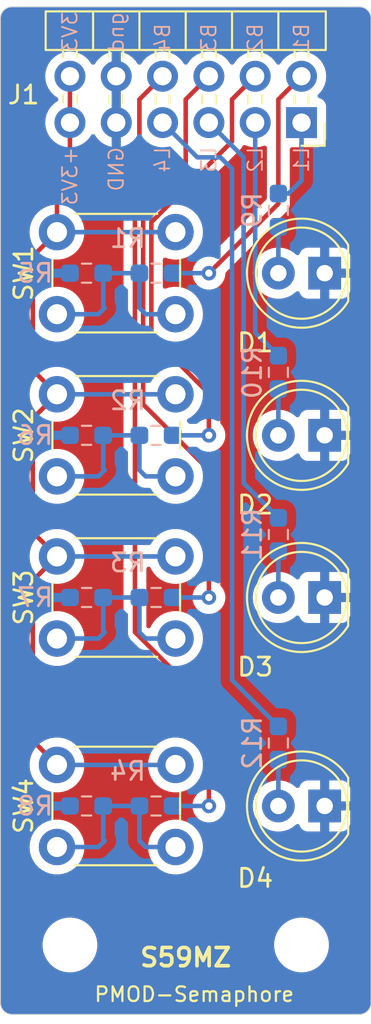
<source format=kicad_pcb>
(kicad_pcb (version 20221018) (generator pcbnew)
  (title_block (title "PMOD - Semaphore") (date "2024-08-22") (rev "1.0") (company "S59MZ"))
  (layers (0 "F.Cu" signal) (31 "B.Cu" signal) (34 "B.Paste" user) (35 "F.Paste" user) (36 "B.SilkS" user "B.Silkscreen") (37 "F.SilkS" user "F.Silkscreen") (38 "B.Mask" user) (39 "F.Mask" user) (44 "Edge.Cuts" user))
  (net 0 "")
  (net 1 "GND")
  (net 2 "Net-(D1-A)")
  (net 3 "Net-(D2-A)")
  (net 4 "Net-(D3-A)")
  (net 5 "Net-(D4-A)")
  (net 6 "/led1")
  (net 7 "/btn1")
  (net 8 "/led2")
  (net 9 "/btn2")
  (net 10 "/led3")
  (net 11 "/btn3")
  (net 12 "/led4")
  (net 13 "/btn4")
  (net 14 "+3V3")
  (net 15 "Net-(R1-Pad2)")
  (net 16 "Net-(R2-Pad2)")
  (net 17 "Net-(R3-Pad2)")
  (net 18 "Net-(R4-Pad2)")
  (footprint "Button_Switch_THT:SW_PUSH_6mm" (layer "F.Cu") (at 113.59 74.585)
    (fp_text reference "SW3" (at -1.83 2.25 90) (layer "F.SilkS"))
    (fp_text value "BTN1")
    (fp_line (start -0.25 1.5) (end -0.25 3) (stroke (width 0.12)) (layer "F.SilkS"))
    (fp_line (start 1 5.5) (end 5.5 5.5) (stroke (width 0.12)) (layer "F.SilkS"))
    (fp_line (start 5.5 -1) (end 1 -1) (stroke (width 0.12)) (layer "F.SilkS"))
    (fp_line (start 6.75 3) (end 6.75 1.5) (stroke (width 0.12)) (layer "F.SilkS"))
    (pad "1" thru_hole circle (at 0 0 90) (size 2 2) (drill 1.1) (layers "*.Cu" "*.Mask") (net 14 "+3V3"))
    (pad "1" thru_hole circle (at 6.5 0 90) (size 2 2) (drill 1.1) (layers "*.Cu" "*.Mask") (net 14 "+3V3"))
    (pad "2" thru_hole circle (at 0 4.5 90) (size 2 2) (drill 1.1) (layers "*.Cu" "*.Mask") (net 17 "Net-(R3-Pad2)"))
    (pad "2" thru_hole circle (at 6.5 4.5 90) (size 2 2) (drill 1.1) (layers "*.Cu" "*.Mask") (net 17 "Net-(R3-Pad2)"))
  )
  (footprint "LED_THT:LED_D5.0mm" (layer "F.Cu") (at 128.27 76.835 180)
    (fp_text reference "D3" (at 3.81 -3.81) (layer "F.SilkS"))
    (fp_text value "Green")
    (fp_line (start -1.29 -1.545) (end -1.29 1.545) (stroke (width 0.12)) (layer "F.SilkS"))
    (fp_arc (start -1.29 -1.54483) (mid 2.072002 -2.880433) (end 4.26 0.000462) (stroke (width 0.12)) (layer "F.SilkS"))
    (fp_arc (start 4.26 -0.000462) (mid 2.072002 2.880433) (end -1.29 1.54483) (stroke (width 0.12)) (layer "F.SilkS"))
    (fp_circle (center 1.27 0) (end 3.77 0) (stroke (width 0.12)) (fill none) (layer "F.SilkS"))
    (pad "1" thru_hole rect (at 0 0 180) (size 1.8 1.8) (drill 0.9) (layers "*.Cu" "*.Mask") (net 1 "GND"))
    (pad "2" thru_hole circle (at 2.54 0 180) (size 1.8 1.8) (drill 0.9) (layers "*.Cu" "*.Mask") (net 4 "Net-(D3-A)"))
  )
  (footprint "Button_Switch_THT:SW_PUSH_6mm" (layer "F.Cu") (at 113.59 56.805)
    (fp_text reference "SW1" (at -1.83 2.25 90) (layer "F.SilkS"))
    (fp_text value "BTN1")
    (fp_line (start -0.25 1.5) (end -0.25 3) (stroke (width 0.12)) (layer "F.SilkS"))
    (fp_line (start 1 5.5) (end 5.5 5.5) (stroke (width 0.12)) (layer "F.SilkS"))
    (fp_line (start 5.5 -1) (end 1 -1) (stroke (width 0.12)) (layer "F.SilkS"))
    (fp_line (start 6.75 3) (end 6.75 1.5) (stroke (width 0.12)) (layer "F.SilkS"))
    (pad "1" thru_hole circle (at 0 0 90) (size 2 2) (drill 1.1) (layers "*.Cu" "*.Mask") (net 14 "+3V3"))
    (pad "1" thru_hole circle (at 6.5 0 90) (size 2 2) (drill 1.1) (layers "*.Cu" "*.Mask") (net 14 "+3V3"))
    (pad "2" thru_hole circle (at 0 4.5 90) (size 2 2) (drill 1.1) (layers "*.Cu" "*.Mask") (net 15 "Net-(R1-Pad2)"))
    (pad "2" thru_hole circle (at 6.5 4.5 90) (size 2 2) (drill 1.1) (layers "*.Cu" "*.Mask") (net 15 "Net-(R1-Pad2)"))
  )
  (footprint "Button_Switch_THT:SW_PUSH_6mm" (layer "F.Cu") (at 113.59 65.695)
    (fp_text reference "SW2" (at -1.83 2.25 90) (layer "F.SilkS"))
    (fp_text value "BTN1")
    (fp_line (start -0.25 1.5) (end -0.25 3) (stroke (width 0.12)) (layer "F.SilkS"))
    (fp_line (start 1 5.5) (end 5.5 5.5) (stroke (width 0.12)) (layer "F.SilkS"))
    (fp_line (start 5.5 -1) (end 1 -1) (stroke (width 0.12)) (layer "F.SilkS"))
    (fp_line (start 6.75 3) (end 6.75 1.5) (stroke (width 0.12)) (layer "F.SilkS"))
    (pad "1" thru_hole circle (at 0 0 90) (size 2 2) (drill 1.1) (layers "*.Cu" "*.Mask") (net 14 "+3V3"))
    (pad "1" thru_hole circle (at 6.5 0 90) (size 2 2) (drill 1.1) (layers "*.Cu" "*.Mask") (net 14 "+3V3"))
    (pad "2" thru_hole circle (at 0 4.5 90) (size 2 2) (drill 1.1) (layers "*.Cu" "*.Mask") (net 16 "Net-(R2-Pad2)"))
    (pad "2" thru_hole circle (at 6.5 4.5 90) (size 2 2) (drill 1.1) (layers "*.Cu" "*.Mask") (net 16 "Net-(R2-Pad2)"))
  )
  (footprint "Library:PinHeader_2x06_P2.54mm_Horizontal" (layer "F.Cu") (at 127 50.8 90)
    (fp_text reference "J1" (at 1.524 -15.24) (layer "F.SilkS"))
    (fp_text value "pmod")
    (fp_line (start -1.27 1.27) (end -1.27 0) (stroke (width 0.12)) (layer "F.SilkS"))
    (fp_line (start -1.27 1.27) (end 0 1.27) (stroke (width 0.12)) (layer "F.SilkS"))
    (fp_line (start 1.042929 -10.54) (end 1.497071 -10.54) (stroke (width 0.12)) (layer "F.SilkS"))
    (fp_line (start 1.042929 -9.78) (end 1.497071 -9.78) (stroke (width 0.12)) (layer "F.SilkS"))
    (fp_line (start 1.042929 -8) (end 1.497071 -8) (stroke (width 0.12)) (layer "F.SilkS"))
    (fp_line (start 1.042929 -7.24) (end 1.497071 -7.24) (stroke (width 0.12)) (layer "F.SilkS"))
    (fp_line (start 1.042929 -5.46) (end 1.497071 -5.46) (stroke (width 0.12)) (layer "F.SilkS"))
    (fp_line (start 1.042929 -4.7) (end 1.497071 -4.7) (stroke (width 0.12)) (layer "F.SilkS"))
    (fp_line (start 1.042929 -2.92) (end 1.497071 -2.92) (stroke (width 0.12)) (layer "F.SilkS"))
    (fp_line (start 1.042929 -2.16) (end 1.497071 -2.16) (stroke (width 0.12)) (layer "F.SilkS"))
    (fp_line (start 1.042929 -0.38) (end 1.497071 -0.38) (stroke (width 0.12)) (layer "F.SilkS"))
    (fp_line (start 1.042929 0.38) (end 1.497071 0.38) (stroke (width 0.12)) (layer "F.SilkS"))
    (fp_line (start 1.11 -13.08) (end 1.497071 -13.08) (stroke (width 0.12)) (layer "F.SilkS"))
    (fp_line (start 1.11 -12.32) (end 1.497071 -12.32) (stroke (width 0.12)) (layer "F.SilkS"))
    (fp_line (start 3.582929 -13.08) (end 3.98 -13.08) (stroke (width 0.12)) (layer "F.SilkS"))
    (fp_line (start 3.582929 -12.32) (end 3.98 -12.32) (stroke (width 0.12)) (layer "F.SilkS"))
    (fp_line (start 3.582929 -10.54) (end 3.98 -10.54) (stroke (width 0.12)) (layer "F.SilkS"))
    (fp_line (start 3.582929 -9.78) (end 3.98 -9.78) (stroke (width 0.12)) (layer "F.SilkS"))
    (fp_line (start 3.582929 -8) (end 3.98 -8) (stroke (width 0.12)) (layer "F.SilkS"))
    (fp_line (start 3.582929 -7.24) (end 3.98 -7.24) (stroke (width 0.12)) (layer "F.SilkS"))
    (fp_line (start 3.582929 -5.46) (end 3.98 -5.46) (stroke (width 0.12)) (layer "F.SilkS"))
    (fp_line (start 3.582929 -4.7) (end 3.98 -4.7) (stroke (width 0.12)) (layer "F.SilkS"))
    (fp_line (start 3.582929 -2.92) (end 3.98 -2.92) (stroke (width 0.12)) (layer "F.SilkS"))
    (fp_line (start 3.582929 -2.16) (end 3.98 -2.16) (stroke (width 0.12)) (layer "F.SilkS"))
    (fp_line (start 3.582929 -0.38) (end 3.98 -0.38) (stroke (width 0.12)) (layer "F.SilkS"))
    (fp_line (start 3.582929 0.38) (end 3.98 0.38) (stroke (width 0.12)) (layer "F.SilkS"))
    (fp_line (start 3.98 -14.03) (end 3.98 1.33) (stroke (width 0.12)) (layer "F.SilkS"))
    (fp_line (start 3.98 -11.43) (end 6.096 -11.43) (stroke (width 0.12)) (layer "F.SilkS"))
    (fp_line (start 3.98 -8.89) (end 6.096 -8.89) (stroke (width 0.12)) (layer "F.SilkS"))
    (fp_line (start 3.98 -6.35) (end 6.096 -6.35) (stroke (width 0.12)) (layer "F.SilkS"))
    (fp_line (start 3.98 -3.81) (end 6.096 -3.81) (stroke (width 0.12)) (layer "F.SilkS"))
    (fp_line (start 3.98 -1.27) (end 6.096 -1.27) (stroke (width 0.12)) (layer "F.SilkS"))
    (fp_line (start 3.98 1.33) (end 6.096 1.33) (stroke (width 0.12)) (layer "F.SilkS"))
    (fp_line (start 6.096 -14.03) (end 3.98 -14.03) (stroke (width 0.12)) (layer "F.SilkS"))
    (fp_line (start 6.096 1.33) (end 6.096 -14.03) (stroke (width 0.12)) (layer "F.SilkS"))
    (pad "1" thru_hole rect (at 0 0 90) (size 1.7 1.7) (drill 1) (layers "*.Cu" "*.Mask") (net 6 "/led1"))
    (pad "2" thru_hole oval (at 2.54 0 90) (size 1.7 1.7) (drill 1) (layers "*.Cu" "*.Mask") (net 7 "/btn1"))
    (pad "3" thru_hole oval (at 0 -2.54 90) (size 1.7 1.7) (drill 1) (layers "*.Cu" "*.Mask") (net 8 "/led2"))
    (pad "4" thru_hole oval (at 2.54 -2.54 90) (size 1.7 1.7) (drill 1) (layers "*.Cu" "*.Mask") (net 9 "/btn2"))
    (pad "5" thru_hole oval (at 0 -5.08 90) (size 1.7 1.7) (drill 1) (layers "*.Cu" "*.Mask") (net 10 "/led3"))
    (pad "6" thru_hole oval (at 2.54 -5.08 90) (size 1.7 1.7) (drill 1) (layers "*.Cu" "*.Mask") (net 11 "/btn3"))
    (pad "7" thru_hole oval (at 0 -7.62 90) (size 1.7 1.7) (drill 1) (layers "*.Cu" "*.Mask") (net 12 "/led4"))
    (pad "8" thru_hole oval (at 2.54 -7.62 90) (size 1.7 1.7) (drill 1) (layers "*.Cu" "*.Mask") (net 13 "/btn4"))
    (pad "9" thru_hole oval (at 0 -10.16 90) (size 1.7 1.7) (drill 1) (layers "*.Cu" "*.Mask") (net 1 "GND"))
    (pad "10" thru_hole oval (at 2.54 -10.16 90) (size 1.7 1.7) (drill 1) (layers "*.Cu" "*.Mask") (net 1 "GND"))
    (pad "11" thru_hole oval (at 0 -12.7 90) (size 1.7 1.7) (drill 1) (layers "*.Cu" "*.Mask") (net 14 "+3V3"))
    (pad "12" thru_hole oval (at 2.54 -12.7 90) (size 1.7 1.7) (drill 1) (layers "*.Cu" "*.Mask") (net 14 "+3V3"))
  )
  (footprint "MountingHole:MountingHole_2.5mm" (layer "F.Cu") (at 127 95.885)
    (fp_text reference "H2" hide)
    (fp_text value "2.5")
    (pad "" np_thru_hole circle (at 0 0) (size 2.5 2.5) (drill 2.5) (layers "*.Cu" "*.Mask"))
  )
  (footprint "Button_Switch_THT:SW_PUSH_6mm" (layer "F.Cu") (at 113.59 86.015)
    (fp_text reference "SW4" (at -1.83 2.25 90) (layer "F.SilkS"))
    (fp_text value "BTN1")
    (fp_line (start -0.25 1.5) (end -0.25 3) (stroke (width 0.12)) (layer "F.SilkS"))
    (fp_line (start 1 5.5) (end 5.5 5.5) (stroke (width 0.12)) (layer "F.SilkS"))
    (fp_line (start 5.5 -1) (end 1 -1) (stroke (width 0.12)) (layer "F.SilkS"))
    (fp_line (start 6.75 3) (end 6.75 1.5) (stroke (width 0.12)) (layer "F.SilkS"))
    (pad "1" thru_hole circle (at 0 0 90) (size 2 2) (drill 1.1) (layers "*.Cu" "*.Mask") (net 14 "+3V3"))
    (pad "1" thru_hole circle (at 6.5 0 90) (size 2 2) (drill 1.1) (layers "*.Cu" "*.Mask") (net 14 "+3V3"))
    (pad "2" thru_hole circle (at 0 4.5 90) (size 2 2) (drill 1.1) (layers "*.Cu" "*.Mask") (net 18 "Net-(R4-Pad2)"))
    (pad "2" thru_hole circle (at 6.5 4.5 90) (size 2 2) (drill 1.1) (layers "*.Cu" "*.Mask") (net 18 "Net-(R4-Pad2)"))
  )
  (footprint "LED_THT:LED_D5.0mm" (layer "F.Cu") (at 128.27 67.945 180)
    (fp_text reference "D2" (at 3.81 -3.81) (layer "F.SilkS"))
    (fp_text value "Yellow")
    (fp_line (start -1.29 -1.545) (end -1.29 1.545) (stroke (width 0.12)) (layer "F.SilkS"))
    (fp_arc (start -1.29 -1.54483) (mid 2.072002 -2.880433) (end 4.26 0.000462) (stroke (width 0.12)) (layer "F.SilkS"))
    (fp_arc (start 4.26 -0.000462) (mid 2.072002 2.880433) (end -1.29 1.54483) (stroke (width 0.12)) (layer "F.SilkS"))
    (fp_circle (center 1.27 0) (end 3.77 0) (stroke (width 0.12)) (fill none) (layer "F.SilkS"))
    (pad "1" thru_hole rect (at 0 0 180) (size 1.8 1.8) (drill 0.9) (layers "*.Cu" "*.Mask") (net 1 "GND"))
    (pad "2" thru_hole circle (at 2.54 0 180) (size 1.8 1.8) (drill 0.9) (layers "*.Cu" "*.Mask") (net 3 "Net-(D2-A)"))
  )
  (footprint "LED_THT:LED_D5.0mm_Clear" (layer "F.Cu") (at 128.27 88.265 180)
    (fp_text reference "D4" (at 3.81 -3.96) (layer "F.SilkS"))
    (fp_text value "Blue")
    (fp_line (start -1.29 -1.545) (end -1.29 1.545) (stroke (width 0.12)) (layer "F.SilkS"))
    (fp_arc (start -1.29 -1.54483) (mid 2.072002 -2.880433) (end 4.26 0.000462) (stroke (width 0.12)) (layer "F.SilkS"))
    (fp_arc (start 4.26 -0.000462) (mid 2.072002 2.880433) (end -1.29 1.54483) (stroke (width 0.12)) (layer "F.SilkS"))
    (fp_circle (center 1.27 0) (end 3.77 0) (stroke (width 0.12)) (fill none) (layer "F.SilkS"))
    (pad "1" thru_hole rect (at 0 0 180) (size 1.8 1.8) (drill 0.9) (layers "*.Cu" "*.Mask") (net 1 "GND"))
    (pad "2" thru_hole circle (at 2.54 0 180) (size 1.8 1.8) (drill 0.9) (layers "*.Cu" "*.Mask") (net 5 "Net-(D4-A)"))
  )
  (footprint "LED_THT:LED_D5.0mm" (layer "F.Cu") (at 128.27 59.055 180)
    (fp_text reference "D1" (at 3.81 -3.81) (layer "F.SilkS"))
    (fp_text value "Red")
    (fp_line (start -1.29 -1.545) (end -1.29 1.545) (stroke (width 0.12)) (layer "F.SilkS"))
    (fp_arc (start -1.29 -1.54483) (mid 2.072002 -2.880433) (end 4.26 0.000462) (stroke (width 0.12)) (layer "F.SilkS"))
    (fp_arc (start 4.26 -0.000462) (mid 2.072002 2.880433) (end -1.29 1.54483) (stroke (width 0.12)) (layer "F.SilkS"))
    (fp_circle (center 1.27 0) (end 3.77 0) (stroke (width 0.12)) (fill none) (layer "F.SilkS"))
    (pad "1" thru_hole rect (at 0 0 180) (size 1.8 1.8) (drill 0.9) (layers "*.Cu" "*.Mask") (net 1 "GND"))
    (pad "2" thru_hole circle (at 2.54 0 180) (size 1.8 1.8) (drill 0.9) (layers "*.Cu" "*.Mask") (net 2 "Net-(D1-A)"))
  )
  (footprint "MountingHole:MountingHole_2.5mm" (layer "F.Cu") (at 114.3 95.885)
    (fp_text reference "H1" hide)
    (fp_text value "2.5")
    (pad "" np_thru_hole circle (at 0 0) (size 2.5 2.5) (drill 2.5) (layers "*.Cu" "*.Mask"))
  )
  (footprint "Resistor_SMD:R_0603_1608Metric_Pad0.98x0.95mm_HandSolder" (layer "B.Cu") (at 115.2125 59.055 180)
    (fp_text reference "R5" (at 2.8175 0) (layer "B.SilkS") (effects (justify mirror)))
    (fp_text value "4k7")
    (fp_line (start -0.254724 -0.5225) (end 0.254724 -0.5225) (stroke (width 0.12)) (layer "B.SilkS"))
    (fp_line (start -0.254724 0.5225) (end 0.254724 0.5225) (stroke (width 0.12)) (layer "B.SilkS"))
    (pad "1" smd roundrect (at -0.9125 0 180) (size 0.975 0.95) (layers "B.Cu" "B.Paste" "B.Mask") (net 15 "Net-(R1-Pad2)"))
    (pad "2" smd roundrect (at 0.9125 0 180) (size 0.975 0.95) (layers "B.Cu" "B.Paste" "B.Mask") (net 1 "GND"))
  )
  (footprint "Resistor_SMD:R_0603_1608Metric_Pad0.98x0.95mm_HandSolder" (layer "B.Cu") (at 115.2125 76.835 180)
    (fp_text reference "R7" (at 2.8175 0) (layer "B.SilkS") (effects (justify mirror)))
    (fp_text value "4k7")
    (fp_line (start -0.254724 -0.5225) (end 0.254724 -0.5225) (stroke (width 0.12)) (layer "B.SilkS"))
    (fp_line (start -0.254724 0.5225) (end 0.254724 0.5225) (stroke (width 0.12)) (layer "B.SilkS"))
    (pad "1" smd roundrect (at -0.9125 0 180) (size 0.975 0.95) (layers "B.Cu" "B.Paste" "B.Mask") (net 17 "Net-(R3-Pad2)"))
    (pad "2" smd roundrect (at 0.9125 0 180) (size 0.975 0.95) (layers "B.Cu" "B.Paste" "B.Mask") (net 1 "GND"))
  )
  (footprint "Resistor_SMD:R_0603_1608Metric_Pad0.98x0.95mm_HandSolder" (layer "B.Cu") (at 119.0225 88.265 180)
    (fp_text reference "R4" (at 1.5475 1.905) (layer "B.SilkS") (effects (justify mirror)))
    (fp_text value "4k7")
    (fp_line (start -0.254724 -0.5225) (end 0.254724 -0.5225) (stroke (width 0.12)) (layer "B.SilkS"))
    (fp_line (start -0.254724 0.5225) (end 0.254724 0.5225) (stroke (width 0.12)) (layer "B.SilkS"))
    (pad "1" smd roundrect (at -0.9125 0 180) (size 0.975 0.95) (layers "B.Cu" "B.Paste" "B.Mask") (net 13 "/btn4"))
    (pad "2" smd roundrect (at 0.9125 0 180) (size 0.975 0.95) (layers "B.Cu" "B.Paste" "B.Mask") (net 18 "Net-(R4-Pad2)"))
  )
  (footprint "Resistor_SMD:R_0603_1608Metric_Pad0.98x0.95mm_HandSolder" (layer "B.Cu") (at 125.73 84.8125 -90)
    (fp_text reference "R12" (at 0 1.43 90) (layer "B.SilkS") (effects (justify mirror)))
    (fp_text value "470")
    (fp_line (start -0.254724 -0.5225) (end 0.254724 -0.5225) (stroke (width 0.12)) (layer "B.SilkS"))
    (fp_line (start -0.254724 0.5225) (end 0.254724 0.5225) (stroke (width 0.12)) (layer "B.SilkS"))
    (pad "1" smd roundrect (at -0.9125 0 270) (size 0.975 0.95) (layers "B.Cu" "B.Paste" "B.Mask") (net 12 "/led4"))
    (pad "2" smd roundrect (at 0.9125 0 270) (size 0.975 0.95) (layers "B.Cu" "B.Paste" "B.Mask") (net 5 "Net-(D4-A)"))
  )
  (footprint "Resistor_SMD:R_0603_1608Metric_Pad0.98x0.95mm_HandSolder" (layer "B.Cu") (at 125.73 64.4925 -90)
    (fp_text reference "R10" (at 0 1.43 90) (layer "B.SilkS") (effects (justify mirror)))
    (fp_text value "470")
    (fp_line (start -0.254724 -0.5225) (end 0.254724 -0.5225) (stroke (width 0.12)) (layer "B.SilkS"))
    (fp_line (start -0.254724 0.5225) (end 0.254724 0.5225) (stroke (width 0.12)) (layer "B.SilkS"))
    (pad "1" smd roundrect (at -0.9125 0 270) (size 0.975 0.95) (layers "B.Cu" "B.Paste" "B.Mask") (net 8 "/led2"))
    (pad "2" smd roundrect (at 0.9125 0 270) (size 0.975 0.95) (layers "B.Cu" "B.Paste" "B.Mask") (net 3 "Net-(D2-A)"))
  )
  (footprint "Resistor_SMD:R_0603_1608Metric_Pad0.98x0.95mm_HandSolder" (layer "B.Cu") (at 115.2125 67.945 180)
    (fp_text reference "R6" (at 2.8175 0) (layer "B.SilkS") (effects (justify mirror)))
    (fp_text value "4k7")
    (fp_line (start -0.254724 -0.5225) (end 0.254724 -0.5225) (stroke (width 0.12)) (layer "B.SilkS"))
    (fp_line (start -0.254724 0.5225) (end 0.254724 0.5225) (stroke (width 0.12)) (layer "B.SilkS"))
    (pad "1" smd roundrect (at -0.9125 0 180) (size 0.975 0.95) (layers "B.Cu" "B.Paste" "B.Mask") (net 16 "Net-(R2-Pad2)"))
    (pad "2" smd roundrect (at 0.9125 0 180) (size 0.975 0.95) (layers "B.Cu" "B.Paste" "B.Mask") (net 1 "GND"))
  )
  (footprint "Resistor_SMD:R_0603_1608Metric_Pad0.98x0.95mm_HandSolder" (layer "B.Cu") (at 119.0225 76.835 180)
    (fp_text reference "R3" (at 1.5475 1.905) (layer "B.SilkS") (effects (justify mirror)))
    (fp_text value "4k7")
    (fp_line (start -0.254724 -0.5225) (end 0.254724 -0.5225) (stroke (width 0.12)) (layer "B.SilkS"))
    (fp_line (start -0.254724 0.5225) (end 0.254724 0.5225) (stroke (width 0.12)) (layer "B.SilkS"))
    (pad "1" smd roundrect (at -0.9125 0 180) (size 0.975 0.95) (layers "B.Cu" "B.Paste" "B.Mask") (net 11 "/btn3"))
    (pad "2" smd roundrect (at 0.9125 0 180) (size 0.975 0.95) (layers "B.Cu" "B.Paste" "B.Mask") (net 17 "Net-(R3-Pad2)"))
  )
  (footprint "Resistor_SMD:R_0603_1608Metric_Pad0.98x0.95mm_HandSolder" (layer "B.Cu") (at 115.2125 88.265 180)
    (fp_text reference "R8" (at 2.8175 0) (layer "B.SilkS") (effects (justify mirror)))
    (fp_text value "4k7")
    (fp_line (start -0.254724 -0.5225) (end 0.254724 -0.5225) (stroke (width 0.12)) (layer "B.SilkS"))
    (fp_line (start -0.254724 0.5225) (end 0.254724 0.5225) (stroke (width 0.12)) (layer "B.SilkS"))
    (pad "1" smd roundrect (at -0.9125 0 180) (size 0.975 0.95) (layers "B.Cu" "B.Paste" "B.Mask") (net 18 "Net-(R4-Pad2)"))
    (pad "2" smd roundrect (at 0.9125 0 180) (size 0.975 0.95) (layers "B.Cu" "B.Paste" "B.Mask") (net 1 "GND"))
  )
  (footprint "Resistor_SMD:R_0603_1608Metric_Pad0.98x0.95mm_HandSolder" (layer "B.Cu") (at 125.73 55.6025 -90)
    (fp_text reference "R9" (at 0 1.43 90) (layer "B.SilkS") (effects (justify mirror)))
    (fp_text value "470")
    (fp_line (start -0.254724 -0.5225) (end 0.254724 -0.5225) (stroke (width 0.12)) (layer "B.SilkS"))
    (fp_line (start -0.254724 0.5225) (end 0.254724 0.5225) (stroke (width 0.12)) (layer "B.SilkS"))
    (pad "1" smd roundrect (at -0.9125 0 270) (size 0.975 0.95) (layers "B.Cu" "B.Paste" "B.Mask") (net 6 "/led1"))
    (pad "2" smd roundrect (at 0.9125 0 270) (size 0.975 0.95) (layers "B.Cu" "B.Paste" "B.Mask") (net 2 "Net-(D1-A)"))
  )
  (footprint "Resistor_SMD:R_0603_1608Metric_Pad0.98x0.95mm_HandSolder" (layer "B.Cu") (at 125.73 73.3825 -90)
    (fp_text reference "R11" (at 0 1.43 90) (layer "B.SilkS") (effects (justify mirror)))
    (fp_text value "470")
    (fp_line (start -0.254724 -0.5225) (end 0.254724 -0.5225) (stroke (width 0.12)) (layer "B.SilkS"))
    (fp_line (start -0.254724 0.5225) (end 0.254724 0.5225) (stroke (width 0.12)) (layer "B.SilkS"))
    (pad "1" smd roundrect (at -0.9125 0 270) (size 0.975 0.95) (layers "B.Cu" "B.Paste" "B.Mask") (net 10 "/led3"))
    (pad "2" smd roundrect (at 0.9125 0 270) (size 0.975 0.95) (layers "B.Cu" "B.Paste" "B.Mask") (net 4 "Net-(D3-A)"))
  )
  (footprint "Resistor_SMD:R_0603_1608Metric_Pad0.98x0.95mm_HandSolder" (layer "B.Cu") (at 119.0225 59.055 180)
    (fp_text reference "R1" (at 1.5475 1.905) (layer "B.SilkS") (effects (justify mirror)))
    (fp_text value "4k7")
    (fp_line (start -0.254724 -0.5225) (end 0.254724 -0.5225) (stroke (width 0.12)) (layer "B.SilkS"))
    (fp_line (start -0.254724 0.5225) (end 0.254724 0.5225) (stroke (width 0.12)) (layer "B.SilkS"))
    (pad "1" smd roundrect (at -0.9125 0 180) (size 0.975 0.95) (layers "B.Cu" "B.Paste" "B.Mask") (net 7 "/btn1"))
    (pad "2" smd roundrect (at 0.9125 0 180) (size 0.975 0.95) (layers "B.Cu" "B.Paste" "B.Mask") (net 15 "Net-(R1-Pad2)"))
  )
  (footprint "Resistor_SMD:R_0603_1608Metric_Pad0.98x0.95mm_HandSolder" (layer "B.Cu") (at 119.0225 67.945 180)
    (fp_text reference "R2" (at 1.5475 1.905) (layer "B.SilkS") (effects (justify mirror)))
    (fp_text value "4k7")
    (fp_line (start -0.254724 -0.5225) (end 0.254724 -0.5225) (stroke (width 0.12)) (layer "B.SilkS"))
    (fp_line (start -0.254724 0.5225) (end 0.254724 0.5225) (stroke (width 0.12)) (layer "B.SilkS"))
    (pad "1" smd roundrect (at -0.9125 0 180) (size 0.975 0.95) (layers "B.Cu" "B.Paste" "B.Mask") (net 9 "/btn2"))
    (pad "2" smd roundrect (at 0.9125 0 180) (size 0.975 0.95) (layers "B.Cu" "B.Paste" "B.Mask") (net 16 "Net-(R2-Pad2)"))
  )
  (gr_line (start 110.49 45.085) (end 110.49 99.06) (stroke (width 0.05)) (layer "Edge.Cuts"))
  (gr_line (start 130.175 44.45) (end 111.125 44.45) (stroke (width 0.05)) (layer "Edge.Cuts"))
  (gr_line (start 111.125 99.695) (end 130.175 99.695) (stroke (width 0.05)) (layer "Edge.Cuts"))
  (gr_arc (start 110.49 45.085) (mid 110.675987 44.635987) (end 111.125 44.45) (stroke (width 0.05)) (layer "Edge.Cuts"))
  (gr_line (start 130.81 99.06) (end 130.81 45.085) (stroke (width 0.05)) (layer "Edge.Cuts"))
  (gr_arc (start 130.81 99.06) (mid 130.624013 99.509013) (end 130.175 99.695) (stroke (width 0.05)) (layer "Edge.Cuts"))
  (gr_arc (start 130.175 44.45) (mid 130.624013 44.635987) (end 130.81 45.085) (stroke (width 0.05)) (layer "Edge.Cuts"))
  (gr_arc (start 111.125 99.695) (mid 110.675987 99.509013) (end 110.49 99.06) (stroke (width 0.05)) (layer "Edge.Cuts"))
  (gr_text "+3V3" (at 114.3 52.07 90) (layer "B.SilkS") (effects (font (size 0.8 0.8) (thickness 0.1)) (justify left mirror)))
  (gr_text "B1" (at 127 46.99 90) (layer "B.SilkS") (effects (font (size 0.8 0.8) (thickness 0.1)) (justify right mirror)))
  (gr_text "GND" (at 116.84 52.07 90) (layer "B.SilkS") (effects (font (size 0.8 0.8) (thickness 0.1)) (justify left mirror)))
  (gr_text "L2" (at 124.46 52.07 90) (layer "B.SilkS") (effects (font (size 0.8 0.8) (thickness 0.1)) (justify left mirror)))
  (gr_text "B3" (at 121.92 46.99 90) (layer "B.SilkS") (effects (font (size 0.8 0.8) (thickness 0.1)) (justify right mirror)))
  (gr_text "L3" (at 121.92 52.07 90) (layer "B.SilkS") (effects (font (size 0.8 0.8) (thickness 0.1)) (justify left mirror)))
  (gr_text "B4" (at 119.38 46.99 90) (layer "B.SilkS") (effects (font (size 0.8 0.8) (thickness 0.1)) (justify right mirror)))
  (gr_text "L4" (at 119.38 52.07 90) (layer "B.SilkS") (effects (font (size 0.8 0.8) (thickness 0.1)) (justify left mirror)))
  (gr_text "B2" (at 124.46 46.99 90) (layer "B.SilkS") (effects (font (size 0.8 0.8) (thickness 0.1)) (justify right mirror)))
  (gr_text "gnd" (at 116.84 46.99 90) (layer "B.SilkS") (effects (font (size 0.8 0.8) (thickness 0.1)) (justify right mirror)))
  (gr_text "3V3" (at 114.3 46.99 90) (layer "B.SilkS") (effects (font (size 0.8 0.8) (thickness 0.1)) (justify right mirror)))
  (gr_text "L1" (at 127 52.07 90) (layer "B.SilkS") (effects (font (size 0.8 0.8) (thickness 0.1)) (justify left mirror)))
  (gr_text "PMOD-Semaphore" (at 115.57 99.06) (layer "F.SilkS") (effects (font (size 0.8 0.8) (thickness 0.125)) (justify left bottom)))
  (gr_text "S59MZ" (at 120.65 97.155) (layer "F.SilkS") (effects (font (size 1 1) (thickness 0.2) bold) (justify bottom)))
  (segment (start 125.73 59.055) (end 125.73 56.515) (width 0.25) (layer "B.Cu") (net 2))
  (segment (start 125.73 65.405) (end 125.73 67.945) (width 0.25) (layer "B.Cu") (net 3))
  (segment (start 125.73 74.295) (end 125.73 76.835) (width 0.25) (layer "B.Cu") (net 4))
  (segment (start 125.73 85.725) (end 125.73 88.265) (width 0.25) (layer "B.Cu") (net 5))
  (segment (start 126.285 54.69) (end 127 53.975) (width 0.25) (layer "B.Cu") (net 6))
  (segment (start 125.73 54.69) (end 126.285 54.69) (width 0.25) (layer "B.Cu") (net 6))
  (segment (start 127 53.975) (end 127 50.8) (width 0.25) (layer "B.Cu") (net 6))
  (segment (start 125.73 55.245) (end 125.73 49.53) (width 0.25) (layer "F.Cu") (net 7))
  (segment (start 125.73 49.53) (end 127 48.26) (width 0.25) (layer "F.Cu") (net 7))
  (segment (start 121.92 59.055) (end 125.73 55.245) (width 0.25) (layer "F.Cu") (net 7))
  (via (at 121.92 59.055) (size 0.8) (drill 0.4) (layers "F.Cu" "B.Cu") (net 7))
  (segment (start 119.935 59.055) (end 121.285 59.055) (width 0.25) (layer "B.Cu") (net 7))
  (segment (start 121.285 59.055) (end 121.92 59.055) (width 0.25) (layer "B.Cu") (net 7))
  (segment (start 124.46 62.31) (end 124.46 50.8) (width 0.25) (layer "B.Cu") (net 8))
  (segment (start 125.73 63.58) (end 124.46 62.31) (width 0.25) (layer "B.Cu") (net 8))
  (segment (start 123.19 51.831167) (end 123.19 49.53) (width 0.25) (layer "F.Cu") (net 9))
  (segment (start 123.19 49.53) (end 124.46 48.26) (width 0.25) (layer "F.Cu") (net 9))
  (segment (start 118.765 56.256167) (end 123.19 51.831167) (width 0.25) (layer "F.Cu") (net 9))
  (segment (start 121.92 67.945) (end 121.92 65.651167) (width 0.25) (layer "F.Cu") (net 9))
  (segment (start 121.92 65.651167) (end 118.765 62.496167) (width 0.25) (layer "F.Cu") (net 9))
  (segment (start 118.765 62.496167) (end 118.765 56.256167) (width 0.25) (layer "F.Cu") (net 9))
  (via (at 121.92 67.945) (size 0.8) (drill 0.4) (layers "F.Cu" "B.Cu") (net 9))
  (segment (start 119.935 67.945) (end 121.92 67.945) (width 0.25) (layer "B.Cu") (net 9))
  (segment (start 125.73 72.47) (end 123.825 70.565) (width 0.25) (layer "B.Cu") (net 10))
  (segment (start 123.825 70.565) (end 123.825 52.705) (width 0.25) (layer "B.Cu") (net 10))
  (segment (start 123.825 52.705) (end 121.92 50.8) (width 0.25) (layer "B.Cu") (net 10))
  (segment (start 120.65 49.53) (end 121.92 48.26) (width 0.25) (layer "F.Cu") (net 11))
  (segment (start 121.92 69.85) (end 118.315 66.245) (width 0.25) (layer "F.Cu") (net 11))
  (segment (start 121.92 76.835) (end 121.92 69.85) (width 0.25) (layer "F.Cu") (net 11))
  (segment (start 120.65 53.34) (end 120.65 49.53) (width 0.25) (layer "F.Cu") (net 11))
  (segment (start 118.315 66.245) (end 118.315 55.675) (width 0.25) (layer "F.Cu") (net 11))
  (segment (start 118.315 55.675) (end 120.65 53.34) (width 0.25) (layer "F.Cu") (net 11))
  (via (at 121.92 76.835) (size 0.8) (drill 0.4) (layers "F.Cu" "B.Cu") (net 11))
  (segment (start 119.935 76.835) (end 121.92 76.835) (width 0.25) (layer "B.Cu") (net 11))
  (segment (start 122.555 52.705) (end 121.285 52.705) (width 0.25) (layer "B.Cu") (net 12))
  (segment (start 123.19 81.36) (end 123.19 53.34) (width 0.25) (layer "B.Cu") (net 12))
  (segment (start 125.73 83.9) (end 123.19 81.36) (width 0.25) (layer "B.Cu") (net 12))
  (segment (start 123.19 53.34) (end 122.555 52.705) (width 0.25) (layer "B.Cu") (net 12))
  (segment (start 121.285 52.705) (end 119.38 50.8) (width 0.25) (layer "B.Cu") (net 12))
  (segment (start 117.865 55.488604) (end 118.109302 55.244302) (width 0.25) (layer "F.Cu") (net 13))
  (segment (start 118.109302 49.530698) (end 119.38 48.26) (width 0.25) (layer "F.Cu") (net 13))
  (segment (start 117.865 78.733833) (end 117.865 55.488604) (width 0.25) (layer "F.Cu") (net 13))
  (segment (start 121.92 88.265) (end 121.92 82.788833) (width 0.25) (layer "F.Cu") (net 13))
  (segment (start 118.109302 55.244302) (end 118.109302 49.530698) (width 0.25) (layer "F.Cu") (net 13))
  (segment (start 121.92 82.788833) (end 117.865 78.733833) (width 0.25) (layer "F.Cu") (net 13))
  (via (at 121.92 88.265) (size 0.8) (drill 0.4) (layers "F.Cu" "B.Cu") (net 13))
  (segment (start 119.935 88.265) (end 121.92 88.265) (width 0.25) (layer "B.Cu") (net 13))
  (segment (start 114.3 53.34) (end 113.59 54.05) (width 0.25) (layer "F.Cu") (net 14))
  (segment (start 113.59 65.695) (end 112.265 67.02) (width 0.25) (layer "F.Cu") (net 14))
  (segment (start 114.3 50.8) (end 114.3 53.34) (width 0.25) (layer "F.Cu") (net 14))
  (segment (start 113.59 74.585) (end 112.265 75.91) (width 0.25) (layer "F.Cu") (net 14))
  (segment (start 112.265 58.13) (end 112.265 64.005) (width 0.25) (layer "F.Cu") (net 14))
  (segment (start 112.265 73.26) (end 113.59 74.585) (width 0.25) (layer "F.Cu") (net 14))
  (segment (start 113.59 54.05) (end 113.59 56.805) (width 0.25) (layer "F.Cu") (net 14))
  (segment (start 112.265 75.91) (end 112.265 84.69) (width 0.25) (layer "F.Cu") (net 14))
  (segment (start 112.265 64.005) (end 112.395 64.135) (width 0.25) (layer "F.Cu") (net 14))
  (segment (start 112.395 64.135) (end 112.395 64.5) (width 0.25) (layer "F.Cu") (net 14))
  (segment (start 112.395 64.5) (end 113.59 65.695) (width 0.25) (layer "F.Cu") (net 14))
  (segment (start 113.59 74.585) (end 113.59 74.855) (width 0.25) (layer "F.Cu") (net 14))
  (segment (start 113.59 74.855) (end 113.665 74.93) (width 0.25) (layer "F.Cu") (net 14))
  (segment (start 114.3 50.8) (end 114.3 48.26) (width 0.25) (layer "F.Cu") (net 14))
  (segment (start 112.265 67.02) (end 112.265 73.26) (width 0.25) (layer "F.Cu") (net 14))
  (segment (start 112.265 84.69) (end 113.59 86.015) (width 0.25) (layer "F.Cu") (net 14))
  (segment (start 113.59 56.805) (end 112.265 58.13) (width 0.25) (layer "F.Cu") (net 14))
  (segment (start 113.59 65.695) (end 120.09 65.695) (width 0.25) (layer "B.Cu") (net 14))
  (segment (start 113.59 86.015) (end 120.09 86.015) (width 0.25) (layer "B.Cu") (net 14))
  (segment (start 113.59 56.805) (end 120.09 56.805) (width 0.25) (layer "B.Cu") (net 14))
  (segment (start 113.59 74.585) (end 120.09 74.585) (width 0.25) (layer "B.Cu") (net 14))
  (segment (start 116.125 59.055) (end 116.125 60.88) (width 0.25) (layer "B.Cu") (net 15))
  (segment (start 115.86 61.305) (end 113.59 61.305) (width 0.25) (layer "B.Cu") (net 15))
  (segment (start 118.11 60.96) (end 118.11 59.055) (width 0.25) (layer "B.Cu") (net 15))
  (segment (start 116.125 59.055) (end 118.11 59.055) (width 0.25) (layer "B.Cu") (net 15))
  (segment (start 116.125 60.88) (end 116.205 60.96) (width 0.25) (layer "B.Cu") (net 15))
  (segment (start 118.455 61.305) (end 118.11 60.96) (width 0.25) (layer "B.Cu") (net 15))
  (segment (start 120.09 61.305) (end 118.455 61.305) (width 0.25) (layer "B.Cu") (net 15))
  (segment (start 116.205 60.96) (end 115.86 61.305) (width 0.25) (layer "B.Cu") (net 15))
  (segment (start 116.125 69.77) (end 116.205 69.85) (width 0.25) (layer "B.Cu") (net 16))
  (segment (start 116.125 67.945) (end 116.125 69.77) (width 0.25) (layer "B.Cu") (net 16))
  (segment (start 118.11 69.85) (end 118.455 70.195) (width 0.25) (layer "B.Cu") (net 16))
  (segment (start 115.86 70.195) (end 113.59 70.195) (width 0.25) (layer "B.Cu") (net 16))
  (segment (start 116.125 67.945) (end 118.11 67.945) (width 0.25) (layer "B.Cu") (net 16))
  (segment (start 118.11 67.945) (end 118.11 69.85) (width 0.25) (layer "B.Cu") (net 16))
  (segment (start 116.205 69.85) (end 115.86 70.195) (width 0.25) (layer "B.Cu") (net 16))
  (segment (start 118.455 70.195) (end 120.09 70.195) (width 0.25) (layer "B.Cu") (net 16))
  (segment (start 118.455 79.085) (end 120.09 79.085) (width 0.25) (layer "B.Cu") (net 17))
  (segment (start 116.205 78.74) (end 115.86 79.085) (width 0.25) (layer "B.Cu") (net 17))
  (segment (start 116.125 76.835) (end 116.125 78.66) (width 0.25) (layer "B.Cu") (net 17))
  (segment (start 115.86 79.085) (end 113.59 79.085) (width 0.25) (layer "B.Cu") (net 17))
  (segment (start 118.11 76.835) (end 116.125 76.835) (width 0.25) (layer "B.Cu") (net 17))
  (segment (start 116.125 78.66) (end 116.205 78.74) (width 0.25) (layer "B.Cu") (net 17))
  (segment (start 118.11 78.74) (end 118.455 79.085) (width 0.25) (layer "B.Cu") (net 17))
  (segment (start 118.11 76.835) (end 118.11 78.74) (width 0.25) (layer "B.Cu") (net 17))
  (segment (start 116.125 90.09) (end 116.205 90.17) (width 0.25) (layer "B.Cu") (net 18))
  (segment (start 118.11 88.265) (end 116.125 88.265) (width 0.25) (layer "B.Cu") (net 18))
  (segment (start 118.11 90.17) (end 118.455 90.515) (width 0.25) (layer "B.Cu") (net 18))
  (segment (start 116.125 88.265) (end 116.125 90.09) (width 0.25) (layer "B.Cu") (net 18))
  (segment (start 118.455 90.515) (end 120.09 90.515) (width 0.25) (layer "B.Cu") (net 18))
  (segment (start 116.205 90.17) (end 115.86 90.515) (width 0.25) (layer "B.Cu") (net 18))
  (segment (start 118.11 88.265) (end 118.11 90.17) (width 0.25) (layer "B.Cu") (net 18))
  (segment (start 115.86 90.515) (end 113.59 90.515) (width 0.25) (layer "B.Cu") (net 18))
  (zone (net 1) (net_name "GND") (layers "F&B.Cu") (connect_pads (clearance 0.5)) (min_thickness 0.25) (fill yes (thermal_gap 0.5) (thermal_bridge_width 0.5))
    (polygon (pts (xy 130.81 44.45) (xy 110.49 44.45) (xy 110.49 99.695) (xy 130.81 99.695)))
  )
)
</source>
